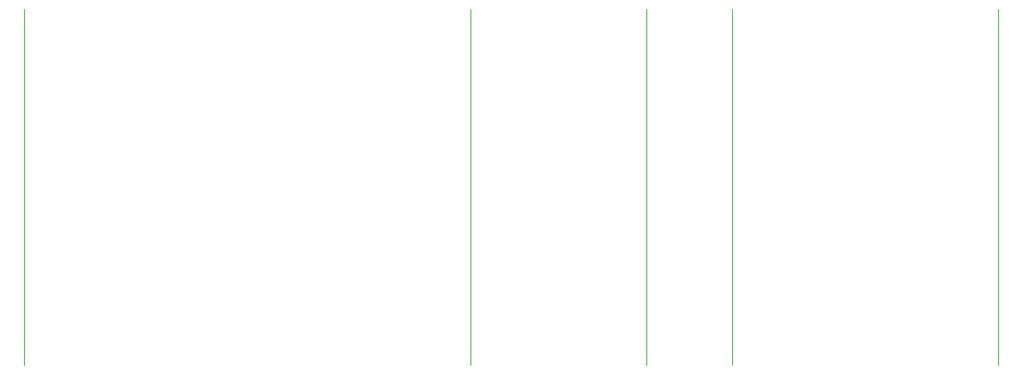
<source format=gbr>
G75*
G71*
%MOMM*%
%OFA0B0*%
%FSLAX53Y53*%
%IPPOS*%
%LPD*%
%ADD10C,0.00100*%
D10*
X0019810Y0000000D02*
X0019810Y0040130D01*
X0019812Y0000000D02*
X0019812Y0040130D01*
X0070103Y0000000D02*
X0070103Y0040130D01*
X0089915Y0000000D02*
X0089915Y0040130D01*
X0099567Y0000000D02*
X0099567Y0040130D01*
X0129539Y0000000D02*
X0129539Y0040130D01*
M02*

</source>
